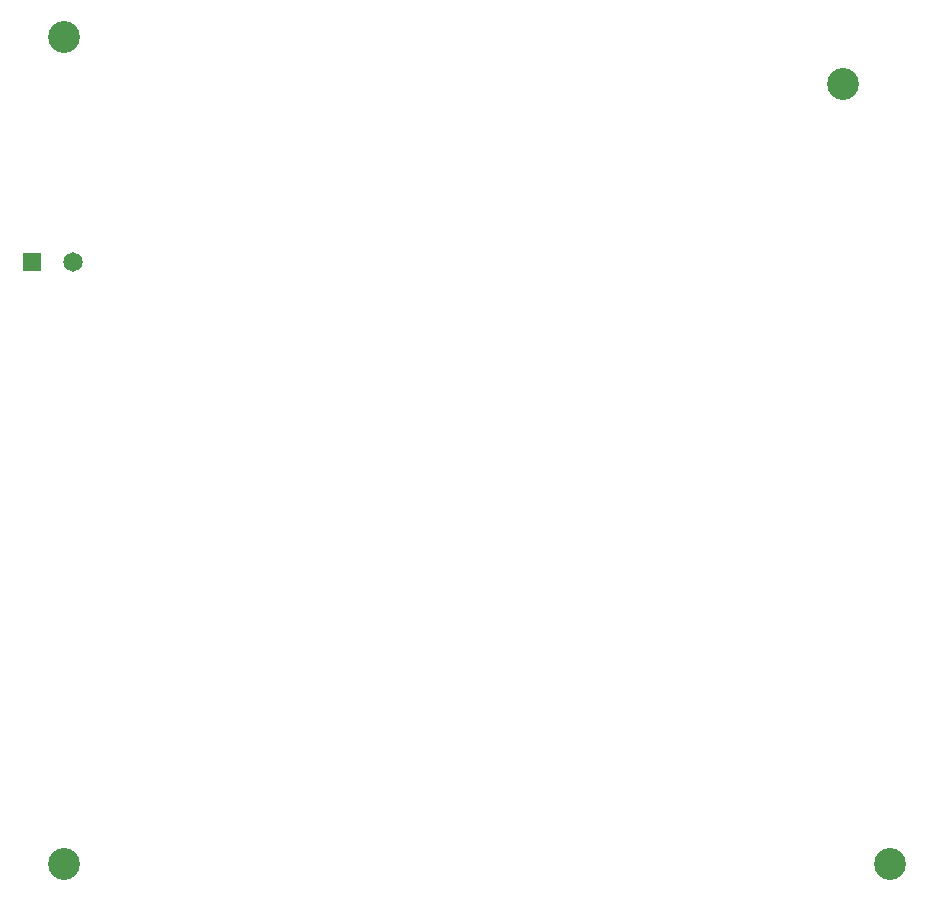
<source format=gbr>
%TF.GenerationSoftware,KiCad,Pcbnew,(6.0.1)*%
%TF.CreationDate,2024-01-13T19:57:02-05:00*%
%TF.ProjectId,PCB POWER,50434220-504f-4574-9552-2e6b69636164,rev?*%
%TF.SameCoordinates,Original*%
%TF.FileFunction,Soldermask,Bot*%
%TF.FilePolarity,Negative*%
%FSLAX46Y46*%
G04 Gerber Fmt 4.6, Leading zero omitted, Abs format (unit mm)*
G04 Created by KiCad (PCBNEW (6.0.1)) date 2024-01-13 19:57:02*
%MOMM*%
%LPD*%
G01*
G04 APERTURE LIST*
%ADD10C,2.700000*%
%ADD11R,1.650000X1.650000*%
%ADD12C,1.650000*%
G04 APERTURE END LIST*
D10*
%TO.C,H3*%
X130990000Y-69000000D03*
%TD*%
%TO.C,H1*%
X64990000Y-135000000D03*
%TD*%
%TO.C,H2*%
X64990000Y-65000000D03*
%TD*%
D11*
%TO.C,J1*%
X62305000Y-84095000D03*
D12*
X65805000Y-84095000D03*
%TD*%
D10*
%TO.C,H4*%
X134990000Y-135000000D03*
%TD*%
M02*

</source>
